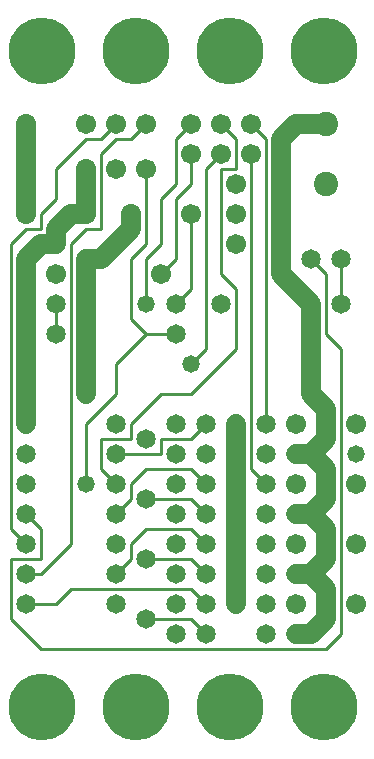
<source format=gtl>
%MOIN*%
%FSLAX25Y25*%
G04 D10 used for Character Trace; *
G04     Circle (OD=.01000) (No hole)*
G04 D11 used for Power Trace; *
G04     Circle (OD=.06700) (No hole)*
G04 D12 used for Signal Trace; *
G04     Circle (OD=.01100) (No hole)*
G04 D13 used for Via; *
G04     Circle (OD=.05800) (Round. Hole ID=.02800)*
G04 D14 used for Component hole; *
G04     Circle (OD=.06500) (Round. Hole ID=.03500)*
G04 D15 used for Component hole; *
G04     Circle (OD=.06700) (Round. Hole ID=.04300)*
G04 D16 used for Component hole; *
G04     Circle (OD=.08100) (Round. Hole ID=.05100)*
G04 D17 used for Component hole; *
G04     Circle (OD=.08900) (Round. Hole ID=.05900)*
G04 D18 used for Component hole; *
G04     Circle (OD=.11300) (Round. Hole ID=.08300)*
G04 D19 used for Component hole; *
G04     Circle (OD=.16000) (Round. Hole ID=.13000)*
G04 D20 used for Component hole; *
G04     Circle (OD=.18300) (Round. Hole ID=.15300)*
G04 D21 used for Component hole; *
G04     Circle (OD=.22291) (Round. Hole ID=.19291)*
%ADD10C,.01000*%
%ADD11C,.06700*%
%ADD12C,.01100*%
%ADD13C,.05800*%
%ADD14C,.06500*%
%ADD15C,.06700*%
%ADD16C,.08100*%
%ADD17C,.08900*%
%ADD18C,.11300*%
%ADD19C,.16000*%
%ADD20C,.18300*%
%ADD21C,.22291*%
%IPPOS*%
%LPD*%
G90*X0Y0D02*D21*X15625Y15625D03*D12*              
X15000Y35000D02*X110000D01*X115000Y40000D01*      
Y135000D01*X110000Y140000D01*Y160000D01*          
X105000Y165000D01*D14*D03*X115000D03*D12*         
Y150000D01*D14*D03*D11*X105000Y120000D02*         
Y150000D01*X110000Y115000D02*X105000Y120000D01*   
X110000Y110000D02*Y115000D01*D15*Y110000D03*D11*  
Y105000D01*X105000Y100000D01*X110000Y95000D01*    
Y90000D01*D15*D03*D11*Y85000D01*X105000Y80000D01* 
X110000Y75000D01*Y70000D01*D15*D03*D11*Y65000D01* 
X105000Y60000D01*X110000Y55000D01*Y50000D01*D15*  
D03*D11*Y45000D01*X105000Y40000D01*X100000D01*D14*
D03*X90000Y50000D03*D15*X100000D03*D14*           
X90000Y40000D03*X80000Y50000D03*D11*Y70000D01*D14*
D03*D11*Y90000D01*D14*D03*D11*Y110000D01*D14*D03* 
X90000Y100000D03*X70000D03*X90000Y110000D03*D12*  
Y205000D01*X85000Y210000D01*D15*D03*D12*          
X80000Y195000D02*Y205000D01*X75000Y195000D02*     
X80000D01*X75000Y160000D02*Y195000D01*            
X80000Y155000D02*X75000Y160000D01*                
X80000Y135000D02*Y155000D01*X65000Y120000D02*     
X80000Y135000D01*X55000Y120000D02*X65000D01*      
X45000Y110000D02*X55000Y120000D01*                
X45000Y105000D02*Y110000D01*X35000Y105000D02*     
X45000D01*X35000Y95000D02*Y105000D01*             
X40000Y90000D02*X35000Y95000D01*D14*              
X40000Y90000D03*D12*Y80000D02*X45000Y85000D01*D14*
X40000Y80000D03*D12*X45000Y85000D02*Y90000D01*    
X50000Y95000D01*X65000D01*X70000Y90000D01*D14*D03*
D12*Y80000D02*X65000Y85000D01*D14*X70000Y80000D03*
D12*X50000Y85000D02*X65000D01*D14*X50000D03*      
X60000Y80000D03*D12*X45000Y70000D02*              
X50000Y75000D01*X45000Y65000D02*Y70000D01*        
X40000Y60000D02*X45000Y65000D01*D14*              
X40000Y60000D03*Y70000D03*Y50000D03*              
X50000Y65000D03*D12*X65000D01*X70000Y60000D01*D14*
D03*D12*Y50000D02*X65000Y55000D01*D14*            
X70000Y50000D03*D12*X25000Y55000D02*X65000D01*    
X20000Y50000D02*X25000Y55000D01*X10000Y50000D02*  
X20000D01*D14*X10000D03*D12*X15000Y35000D02*      
X5000Y45000D01*Y65000D01*X15000D01*Y75000D01*     
X10000Y80000D01*D14*D03*D12*Y70000D02*            
X5000Y75000D01*D14*X10000Y70000D03*D12*           
X5000Y75000D02*Y170000D01*X10000Y175000D01*       
X15000D01*Y180000D01*X20000Y185000D01*Y195000D01* 
X30000Y205000D01*X35000D01*X40000Y210000D01*D15*  
D03*D12*Y205000D02*X45000D01*X35000Y200000D02*    
X40000Y205000D01*X35000Y175000D02*Y200000D01*     
X30000Y175000D02*X35000D01*X25000Y170000D02*      
X30000Y175000D01*X25000Y70000D02*Y170000D01*      
X15000Y60000D02*X25000Y70000D01*X10000Y60000D02*  
X15000D01*D14*X10000D03*D13*X30000Y90000D03*D12*  
Y110000D01*X40000Y120000D01*Y130000D01*           
X50000Y140000D01*X60000D01*D14*D03*D13*           
X50000Y150000D03*D12*Y165000D01*X55000Y170000D01* 
Y185000D01*X60000Y190000D01*Y205000D01*           
X65000Y210000D01*D15*D03*X75000Y200000D03*D12*    
X70000Y195000D01*Y135000D01*X65000Y130000D01*D13* 
D03*D12*X50000Y140000D02*X45000Y145000D01*        
Y165000D01*X50000Y170000D01*Y195000D01*D15*D03*   
D12*X60000Y165000D02*Y185000D01*X55000Y160000D02* 
X60000Y165000D01*D15*X55000Y160000D03*D12*        
X60000Y150000D02*X65000Y155000D01*D14*            
X60000Y150000D03*D12*X65000Y155000D02*Y180000D01* 
D15*D03*D12*X60000Y185000D02*X65000Y190000D01*    
Y200000D01*D15*D03*X75000Y210000D03*D12*          
X80000Y205000D01*D15*X85000Y200000D03*D12*        
Y95000D01*X90000Y90000D01*D14*D03*                
X100000Y80000D03*D11*X105000D01*D15*              
X100000Y70000D03*Y90000D03*X120000Y70000D03*D14*  
X90000Y80000D03*D15*X120000Y90000D03*D14*         
X90000Y70000D03*D13*X120000Y100000D03*D14*        
X90000Y60000D03*X100000D03*D11*X105000D01*D15*    
X120000Y50000D03*D14*X70000Y70000D03*D12*         
X65000Y75000D01*X50000D01*D14*X60000Y70000D03*    
Y90000D03*Y60000D03*Y100000D03*D12*X40000D02*     
X55000D01*D14*X40000D03*Y110000D03*               
X50000Y105000D03*D12*X55000Y100000D02*Y105000D01* 
X65000D01*X70000Y110000D01*D14*D03*X60000D03*     
X100000Y100000D03*D11*X105000D01*D15*             
X100000Y110000D03*X120000D03*D14*X60000Y50000D03* 
D11*X105000Y150000D02*X95000Y160000D01*Y205000D01*
X100000Y210000D01*X110000D01*D16*D03*Y190000D03*  
D21*X109375Y234375D03*D15*X80000Y180000D03*D21*   
X78125Y234375D03*D15*X80000Y190000D03*Y170000D03* 
D14*X75000Y150000D03*D15*X50000Y210000D03*D12*    
X45000Y205000D01*D15*X40000Y195000D03*            
X30000Y210000D03*Y195000D03*D11*Y180000D01*D15*   
D03*D11*X25000D01*X20000Y175000D01*Y170000D01*    
X15000D01*X10000Y165000D01*Y120000D01*D14*D03*D11*
Y110000D01*D14*D03*Y100000D03*Y90000D03*          
X30000Y120000D03*D11*Y165000D01*D13*D03*D11*      
X35000D01*X45000Y175000D01*Y180000D01*D15*D03*    
X20000Y160000D03*D14*Y150000D03*D12*Y140000D01*   
D14*D03*D15*X10000Y180000D03*D11*Y195000D01*D15*  
D03*D11*Y210000D01*D15*D03*D21*X15625Y234375D03*  
X46875D03*D14*X50000Y45000D03*D12*X65000D01*      
X70000Y40000D01*D14*D03*X60000D03*D21*            
X46875Y15625D03*X78125D03*X109375D03*M02*         

</source>
